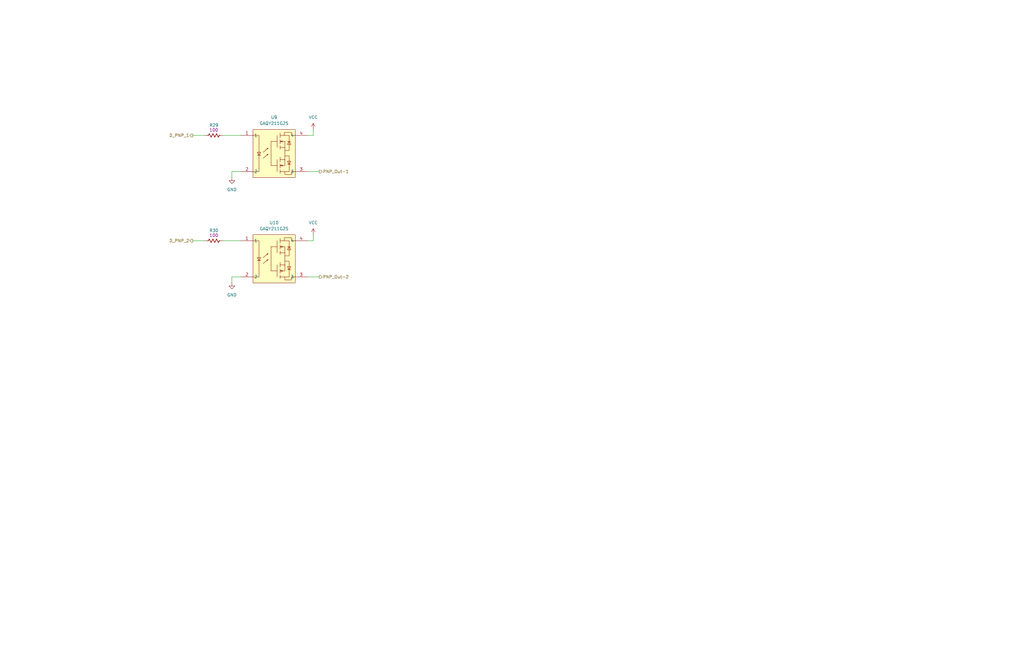
<source format=kicad_sch>
(kicad_sch (version 20250114) (generator "eeschema") (generator_version "9.0")
  (paper "USLedger")
  (lib_symbols
    (symbol "Easy:GAQY211G2S"
      (property "Reference" "U" (at 0 12.7 0))
      (property "Value" "GAQY211G2S" (at 0 -12.7 0))
      (symbol "GAQY211G2S_0_1"
        (rectangle (start -7.62 10.16) (end 10.16 -10.16) (fill (type background)))
        (polyline (pts (xy -7.62 7.62) (xy -5.08 7.62) (xy -5.08 -7.62) (xy -7.62 -7.62)))
        (polyline (pts (xy -5.84 0.51) (xy -4.32 0.51) (xy -5.08 -0.76) (xy -5.84 0.51)) (fill (type background)))
        (polyline (pts (xy -5.84 -0.76) (xy -4.32 -0.76)))
        (polyline (pts (xy -3.3 0.51) (xy -1.27 2.29) (xy -1.78 2.03)))
        (polyline (pts (xy -3.3 -2.03) (xy -1.27 -0.25) (xy -1.78 -0.51)))
        (polyline (pts (xy -1.27 2.29) (xy -1.52 1.78)))
        (polyline (pts (xy -1.27 -0.25) (xy -1.52 -0.76)))
        (polyline (pts (xy 0 5.08) (xy 0 -5.08)))
        (polyline (pts (xy 2.54 7.62) (xy 2.54 2.54)))
        (polyline (pts (xy 2.54 5.08) (xy 0 5.08)))
        (polyline (pts (xy 2.54 -2.54) (xy 2.54 -7.62)))
        (polyline (pts (xy 2.54 -5.08) (xy 0 -5.08)))
        (polyline (pts (xy 3.81 8.64) (xy 3.81 6.6)))
        (polyline (pts (xy 3.81 7.62) (xy 7.62 7.62)))
        (polyline (pts (xy 3.81 5.84) (xy 3.81 4.06)))
        (polyline (pts (xy 3.81 5.08) (xy 4.83 5.33)))
        (polyline (pts (xy 3.81 3.3) (xy 3.81 1.78)))
        (polyline (pts (xy 3.81 2.54) (xy 5.84 2.54)))
        (polyline (pts (xy 3.81 -1.52) (xy 3.81 -3.56)))
        (polyline (pts (xy 3.81 -2.54) (xy 5.84 -2.54)))
        (polyline (pts (xy 3.81 -4.32) (xy 3.81 -6.1)))
        (polyline (pts (xy 3.81 -5.08) (xy 4.83 -4.83)))
        (polyline (pts (xy 3.81 -6.86) (xy 3.81 -8.38)))
        (polyline (pts (xy 3.81 -7.62) (xy 7.62 -7.62)))
        (polyline (pts (xy 5.59 7.62) (xy 5.59 8.89) (xy 8.64 8.89) (xy 8.64 7.62) (xy 10.16 7.62)))
        (polyline (pts (xy 5.84 5.08) (xy 5.84 2.54)))
        (polyline (pts (xy 5.84 5.08) (xy 3.81 5.08) (xy 4.83 4.83)))
        (polyline (pts (xy 5.84 2.54) (xy 5.84 -2.79)))
        (polyline (pts (xy 5.84 1.27) (xy 7.62 1.27) (xy 7.62 7.62)))
        (polyline (pts (xy 5.84 -1.02) (xy 7.62 -1.02) (xy 7.62 -7.62)))
        (polyline (pts (xy 5.84 -2.54) (xy 5.84 -5.08)))
        (polyline (pts (xy 5.84 -5.08) (xy 3.81 -5.08) (xy 4.83 -5.33)))
        (polyline (pts (xy 5.84 -7.62) (xy 5.84 -8.89) (xy 8.64 -8.89) (xy 8.64 -7.62) (xy 10.16 -7.62)))
        (polyline (pts (xy 6.86 -3.3) (xy 8.38 -3.3) (xy 7.62 -4.57) (xy 6.86 -3.3)) (fill (type background)))
        (polyline (pts (xy 6.86 -4.57) (xy 8.38 -4.57)))
        (polyline (pts (xy 8.38 5.08) (xy 6.86 5.08)))
        (polyline (pts (xy 8.38 3.81) (xy 6.86 3.81) (xy 7.62 5.08) (xy 8.38 3.81)) (fill (type background)))
        (pin unspecified line (at -12.7 7.62 0) (length 5.08) (name "1") (number "1"))
        (pin unspecified line (at -12.7 -7.62 0) (length 5.08) (name "2") (number "2"))
        (pin unspecified line (at 15.24 7.62 180) (length 5.08) (name "4") (number "4"))
        (pin unspecified line (at 15.24 -7.62 180) (length 5.08) (name "3") (number "3"))
      )
    )
    (symbol "PCM_Resistor_US_AKL:R_0603" (pin_numbers (hide yes)) (pin_names (offset 0))
      (property "Reference" "R" (at 2.54 1.27 0))
      (property "Value" "R_0603" (at 2.54 -1.27 0))
      (symbol "R_0603_0_1"
        (polyline (pts (xy 0 2.286) (xy 0 2.54)) (stroke (width 0.254)))
        (polyline (pts (xy 0 2.286) (xy 0.762 1.905) (xy -0.762 1.143) (xy 0 0.762) (xy 0.762 0.381) (xy 0 0) (xy -0.762 -0.381) (xy 0 -0.762) (xy 0.762 -1.143) (xy 0 -1.524) (xy -0.762 -1.905) (xy 0 -2.286)) (stroke (width 0.254)))
        (polyline (pts (xy 0 -2.286) (xy 0 -2.54)) (stroke (width 0.254)))
      )
      (symbol "R_0603_0_2"
        (polyline (pts (xy -2.54 -2.54) (xy -1.778 -1.778)))
        (polyline (pts (xy -1.778 -1.778) (xy -1.524 -1.524)) (stroke (width 0.254)))
        (polyline (pts (xy -1.524 -1.524) (xy -1.778 -0.762) (xy -1.016 -1.016)) (stroke (width 0.254)))
        (polyline (pts (xy -0.508 -0.508) (xy -0.762 0.254) (xy 0 0)) (stroke (width 0.254)))
        (polyline (pts (xy -0.508 -0.508) (xy -0.254 -1.27) (xy -1.016 -1.016)) (stroke (width 0.254)))
        (polyline (pts (xy 0.508 0.508) (xy 0.254 1.27) (xy 1.016 1.016)) (stroke (width 0.254)))
        (polyline (pts (xy 0.508 0.508) (xy 0.762 -0.254) (xy 0 0)) (stroke (width 0.254)))
        (polyline (pts (xy 1.524 1.524) (xy 1.778 0.762) (xy 1.016 1.016)) (stroke (width 0.254)))
        (polyline (pts (xy 1.778 1.778) (xy 1.524 1.524)) (stroke (width 0.254)))
        (polyline (pts (xy 1.778 1.778) (xy 2.54 2.54)))
      )
      (symbol "R_0603_1_1"
        (pin passive line (at 0 3.81 270) (length 1.27) (name "~") (number "1"))
        (pin passive line (at 0 -3.81 90) (length 1.27) (name "~") (number "2"))
      )
      (symbol "R_0603_1_2"
        (pin passive line (at -2.54 -2.54 0) (length 0) (name "") (number "2"))
        (pin passive line (at 2.54 2.54 180) (length 0) (name "") (number "1"))
      )
    )
    (symbol "power:GND" (power) (pin_numbers (hide yes)) (pin_names (offset 0) (hide yes))
      (property "Value" "GND" (at 0 -3.81 0))
      (symbol "GND_0_1"
        (polyline (pts (xy 0 0) (xy 0 -1.27) (xy 1.27 -1.27) (xy 0 -2.54) (xy -1.27 -1.27) (xy 0 -1.27)))
      )
      (symbol "GND_1_1"
        (pin power_in line (at 0 0 270) (length 0) (name "~") (number "1"))
      )
    )
    (symbol "power:VCC" (power) (pin_numbers (hide yes)) (pin_names (offset 0) (hide yes))
      (property "Value" "VCC" (at 0 3.556 0))
      (symbol "VCC_0_1"
        (polyline (pts (xy -0.762 1.27) (xy 0 2.54)))
        (polyline (pts (xy 0 2.54) (xy 0.762 1.27)))
        (polyline (pts (xy 0 0) (xy 0 2.54)))
      )
      (symbol "VCC_1_1"
        (pin power_in line (at 0 0 90) (length 0) (name "~") (number "1"))
      )
    )
  )
  (wire (pts (xy 93.98 57.15) (xy 101.6 57.15)))
  (wire (pts (xy 129.54 116.84) (xy 134.62 116.84)))
  (wire (pts (xy 97.79 74.93) (xy 97.79 72.39)))
  (wire (pts (xy 132.08 101.6) (xy 129.54 101.6)))
  (wire (pts (xy 97.79 72.39) (xy 101.6 72.39)))
  (wire (pts (xy 129.54 72.39) (xy 134.62 72.39)))
  (wire (pts (xy 93.98 101.6) (xy 101.6 101.6)))
  (wire (pts (xy 97.79 116.84) (xy 101.6 116.84)))
  (wire (pts (xy 132.08 54.61) (xy 132.08 57.15)))
  (wire (pts (xy 81.28 57.15) (xy 86.36 57.15)))
  (wire (pts (xy 132.08 57.15) (xy 129.54 57.15)))
  (wire (pts (xy 81.28 101.6) (xy 86.36 101.6)))
  (wire (pts (xy 97.79 119.38) (xy 97.79 116.84)))
  (wire (pts (xy 132.08 99.06) (xy 132.08 101.6)))
  (hierarchical_label "D_PNP_2" (shape output) (at 81.28 101.6 180) (effects (font (thickness 0.1588))))
  (hierarchical_label "D_PNP_1" (shape output) (at 81.28 57.15 180) (effects (font (thickness 0.1588))))
  (hierarchical_label "PNP_Out-2" (shape output) (at 134.62 116.84 0))
  (hierarchical_label "PNP_Out-1" (shape output) (at 134.62 72.39 0))
  (symbol (lib_id "power:VCC") (at 132.08 99.06 0) (unit 1)
    (property "Reference" "#PWR068" (effects (hide yes)))
    (property "Value" "VCC" (at 132.08 93.98 0))
    (property "Description" "Power symbol creates a global label with name \"VCC\"" (effects (hide yes)))
  )
  (symbol (lib_id "Easy:GAQY211G2S") (at 114.3 64.77 0) (unit 1)
    (property "Reference" "U9" (at 115.57 49.53 0))
    (property "Value" "GAQY211G2S" (at 115.57 52.07 0))
    (property "Footprint" "EasyEDA:SOP-4_L4.4-W4.3-P2.54-LS6.8-BL" (effects (hide yes)))
    (property "LCSC Part" "C7435104" (effects (hide yes)))
  )
  (symbol (lib_id "Easy:GAQY211G2S") (at 114.3 109.22 0) (unit 1)
    (property "Reference" "U10" (at 115.57 93.98 0))
    (property "Value" "GAQY211G2S" (at 115.57 96.52 0))
    (property "Footprint" "EasyEDA:SOP-4_L4.4-W4.3-P2.54-LS6.8-BL" (effects (hide yes)))
    (property "LCSC Part" "C7435104" (effects (hide yes)))
  )
  (symbol (lib_id "PCM_Resistor_US_AKL:R_0603") (at 90.17 101.6 90) (unit 1)
    (property "Reference" "R30" (at 90.17 97.282 90))
    (property "Value" "R_0603" (effects (hide yes)))
    (property "Footprint" "PCM_Resistor_SMD_AKL:R_0603_1608Metric" (effects (hide yes)))
    (property "Description" "SMD 0603 Chip Resistor, US Symbol, Alternate KiCad Library" (effects (hide yes)))
    (property "Capacidad " "100" (at 90.17 99.314 90))
  )
  (symbol (lib_id "power:GND") (at 97.79 119.38 0) (unit 1)
    (property "Reference" "#PWR067" (effects (hide yes)))
    (property "Value" "GND" (at 97.79 124.46 0))
    (property "Description" "Power symbol creates a global label with name \"GND\" , ground" (effects (hide yes)))
  )
  (symbol (lib_id "PCM_Resistor_US_AKL:R_0603") (at 90.17 57.15 90) (unit 1)
    (property "Reference" "R29" (at 90.17 52.832 90))
    (property "Value" "R_0603" (effects (hide yes)))
    (property "Footprint" "PCM_Resistor_SMD_AKL:R_0603_1608Metric" (effects (hide yes)))
    (property "Description" "SMD 0603 Chip Resistor, US Symbol, Alternate KiCad Library" (effects (hide yes)))
    (property "Capacidad " "100" (at 90.17 54.864 90))
  )
  (symbol (lib_id "power:VCC") (at 132.08 54.61 0) (unit 1)
    (property "Reference" "#PWR066" (effects (hide yes)))
    (property "Value" "VCC" (at 132.08 49.53 0))
    (property "Description" "Power symbol creates a global label with name \"VCC\"" (effects (hide yes)))
  )
  (symbol (lib_id "power:GND") (at 97.79 74.93 0) (unit 1)
    (property "Reference" "#PWR065" (effects (hide yes)))
    (property "Value" "GND" (at 97.79 80.01 0))
    (property "Description" "Power symbol creates a global label with name \"GND\" , ground" (effects (hide yes)))
  )
)
</source>
